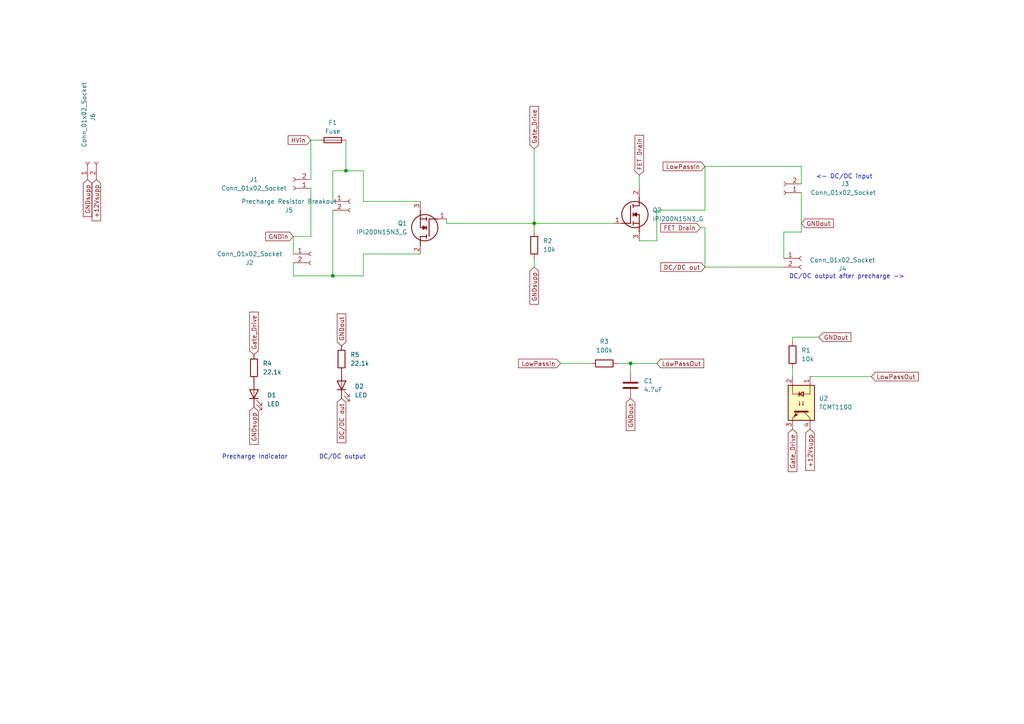
<source format=kicad_sch>
(kicad_sch (version 20250114) (generator "eeschema") (generator_version "9.0")
  (paper "A4")
  (lib_symbols
    (symbol "Connector:Conn_01x02_Socket" (pin_names (offset 1.016) (hide yes))
      (property "Reference" "J" (at 0 2.54 0))
      (property "Value" "Conn_01x02_Socket" (at 0 -5.08 0))
      (symbol "Conn_01x02_Socket_1_1"
        (polyline (pts (xy -1.27 0) (xy -0.508 0)) (stroke (width 0.1524)))
        (polyline (pts (xy -1.27 -2.54) (xy -0.508 -2.54)) (stroke (width 0.1524)))
        (arc (start 0 -0.508) (mid -0.5058 0) (end 0 0.508) (stroke (width 0.1524)))
        (arc (start 0 -3.048) (mid -0.5058 -2.54) (end 0 -2.032) (stroke (width 0.1524)))
        (pin passive line (at -5.08 0 0) (length 3.81) (name "Pin_1") (number "1"))
        (pin passive line (at -5.08 -2.54 0) (length 3.81) (name "Pin_2") (number "2"))
      )
    )
    (symbol "Device:C" (pin_numbers (hide yes)) (pin_names (offset 0.254))
      (property "Reference" "C" (at 0.635 2.54 0))
      (property "Value" "C" (at 0.635 -2.54 0))
      (symbol "C_0_1"
        (polyline (pts (xy -2.032 0.762) (xy 2.032 0.762)) (stroke (width 0.508)))
        (polyline (pts (xy -2.032 -0.762) (xy 2.032 -0.762)) (stroke (width 0.508)))
      )
      (symbol "C_1_1"
        (pin passive line (at 0 3.81 270) (length 2.794) (name "~") (number "1"))
        (pin passive line (at 0 -3.81 90) (length 2.794) (name "~") (number "2"))
      )
    )
    (symbol "Device:Fuse" (pin_numbers (hide yes)) (pin_names (offset 0))
      (property "Reference" "F" (at 2.032 0 90))
      (property "Value" "Fuse" (at -1.905 0 90))
      (symbol "Fuse_0_1"
        (rectangle (start -0.762 -2.54) (end 0.762 2.54) (stroke (width 0.254)))
        (polyline (pts (xy 0 2.54) (xy 0 -2.54)))
      )
      (symbol "Fuse_1_1"
        (pin passive line (at 0 3.81 270) (length 1.27) (name "~") (number "1"))
        (pin passive line (at 0 -3.81 90) (length 1.27) (name "~") (number "2"))
      )
    )
    (symbol "Device:LED" (pin_numbers (hide yes)) (pin_names (offset 1.016) (hide yes))
      (property "Reference" "D" (at 0 2.54 0))
      (property "Value" "LED" (at 0 -2.54 0))
      (symbol "LED_0_1"
        (polyline (pts (xy -3.048 -0.762) (xy -4.572 -2.286) (xy -3.81 -2.286) (xy -4.572 -2.286) (xy -4.572 -1.524)))
        (polyline (pts (xy -1.778 -0.762) (xy -3.302 -2.286) (xy -2.54 -2.286) (xy -3.302 -2.286) (xy -3.302 -1.524)))
        (polyline (pts (xy -1.27 0) (xy 1.27 0)))
        (polyline (pts (xy -1.27 -1.27) (xy -1.27 1.27)) (stroke (width 0.254)))
        (polyline (pts (xy 1.27 -1.27) (xy 1.27 1.27) (xy -1.27 0) (xy 1.27 -1.27)) (stroke (width 0.254)))
      )
      (symbol "LED_1_1"
        (pin passive line (at -3.81 0 0) (length 2.54) (name "K") (number "1"))
        (pin passive line (at 3.81 0 180) (length 2.54) (name "A") (number "2"))
      )
    )
    (symbol "Device:R" (pin_numbers (hide yes)) (pin_names (offset 0))
      (property "Reference" "R" (at 2.032 0 90))
      (property "Value" "R" (at 0 0 90))
      (symbol "R_0_1"
        (rectangle (start -1.016 -2.54) (end 1.016 2.54) (stroke (width 0.254)))
      )
      (symbol "R_1_1"
        (pin passive line (at 0 3.81 270) (length 1.27) (name "~") (number "1"))
        (pin passive line (at 0 -3.81 90) (length 1.27) (name "~") (number "2"))
      )
    )
    (symbol "IPI200N15N3_G:IPI200N15N3_G" (pin_names (hide yes))
      (property "Reference" "Q" (at 11.43 3.81 0))
      (property "Value" "IPI200N15N3_G" (at 11.43 1.27 0))
      (symbol "IPI200N15N3_G_1_1"
        (polyline (pts (xy 2.54 0) (xy 5.08 0)) (stroke (width 0.254)))
        (polyline (pts (xy 5.08 5.08) (xy 5.08 0)) (stroke (width 0.254)))
        (polyline (pts (xy 5.842 5.588) (xy 5.842 4.572)) (stroke (width 0.254)))
        (polyline (pts (xy 5.842 2.54) (xy 6.858 3.048) (xy 6.858 2.032) (xy 5.842 2.54)) (stroke (width 0.254)) (fill (type outline)))
        (polyline (pts (xy 5.842 2.032) (xy 5.842 3.048)) (stroke (width 0.254)))
        (polyline (pts (xy 5.842 0) (xy 7.62 0)) (stroke (width 0.254)))
        (polyline (pts (xy 5.842 -0.508) (xy 5.842 0.508)) (stroke (width 0.254)))
        (circle (center 6.35 2.54) (radius 3.81) (stroke (width 0.254)))
        (polyline (pts (xy 7.62 5.08) (xy 5.842 5.08)) (stroke (width 0.254)))
        (polyline (pts (xy 7.62 5.08) (xy 7.62 7.62)) (stroke (width 0.254)))
        (polyline (pts (xy 7.62 2.54) (xy 5.842 2.54)) (stroke (width 0.254)))
        (polyline (pts (xy 7.62 2.54) (xy 7.62 -2.54)) (stroke (width 0.254)))
        (pin passive line (at 0 0 0) (length 2.54) (name "G") (number "1"))
        (pin passive line (at 7.62 10.16 270) (length 2.54) (name "D") (number "2"))
        (pin passive line (at 7.62 -5.08 90) (length 2.54) (name "S") (number "3"))
      )
    )
    (symbol "Isolator:TCMT1100" (pin_names (offset 1.016))
      (property "Reference" "U" (at 0 5.08 0))
      (property "Value" "TCMT1100" (at 0 -5.08 0))
      (symbol "TCMT1100_1_1"
        (rectangle (start -5.08 3.81) (end 5.08 -3.81) (stroke (width 0.254)) (fill (type background)))
        (polyline (pts (xy -5.08 2.54) (xy -2.54 2.54) (xy -2.54 -1.27) (xy -2.54 0.635)))
        (polyline (pts (xy -3.175 -0.635) (xy -1.905 -0.635)) (stroke (width 0.254)))
        (polyline (pts (xy -2.54 -0.635) (xy -2.54 -2.54) (xy -5.08 -2.54)))
        (polyline (pts (xy -2.54 -0.635) (xy -3.175 0.635) (xy -1.905 0.635) (xy -2.54 -0.635)) (stroke (width 0.254)))
        (polyline (pts (xy -0.508 0.508) (xy 0.762 0.508) (xy 0.381 0.381) (xy 0.381 0.635) (xy 0.762 0.508)))
        (polyline (pts (xy -0.508 -0.508) (xy 0.762 -0.508) (xy 0.381 -0.635) (xy 0.381 -0.381) (xy 0.762 -0.508)))
        (polyline (pts (xy 2.54 1.905) (xy 2.54 -1.905) (xy 2.54 -1.905)) (stroke (width 0.508)))
        (polyline (pts (xy 2.54 0.635) (xy 4.445 2.54)))
        (polyline (pts (xy 3.048 -1.651) (xy 3.556 -1.143) (xy 4.064 -2.159) (xy 3.048 -1.651) (xy 3.048 -1.651)) (fill (type outline)))
        (polyline (pts (xy 4.445 2.54) (xy 5.08 2.54)))
        (polyline (pts (xy 4.445 -2.54) (xy 2.54 -0.635)) (fill (type outline)))
        (polyline (pts (xy 4.445 -2.54) (xy 5.08 -2.54)))
        (pin passive line (at -7.62 2.54 0) (length 2.54) (name "~") (number "1"))
        (pin passive line (at -7.62 -2.54 0) (length 2.54) (name "~") (number "2"))
        (pin passive line (at 7.62 2.54 180) (length 2.54) (name "~") (number "4"))
        (pin passive line (at 7.62 -2.54 180) (length 2.54) (name "~") (number "3"))
      )
    )
  )
  (text "Precharge Indicator\n" (at 73.914 132.588 0) (effects (font (size 1.27 1.27))))
  (text "DC/DC output" (at 99.314 132.588 0) (effects (font (size 1.27 1.27))))
  (text "<- DC/DC input" (at 244.856 51.308 0) (effects (font (size 1.27 1.27))))
  (text "DC/DC output after precharge ->" (at 245.618 80.264 0) (effects (font (size 1.27 1.27))))
  (junction (at 182.88 105.41))
  (junction (at 154.94 64.77))
  (junction (at 96.52 80.01))
  (junction (at 100.33 49.53))
  (wire (pts (xy 129.54 64.77) (xy 154.94 64.77)))
  (wire (pts (xy 105.41 49.53) (xy 105.41 58.42)))
  (wire (pts (xy 232.41 48.26) (xy 204.47 48.26)))
  (wire (pts (xy 96.52 80.01) (xy 85.09 80.01)))
  (wire (pts (xy 252.73 109.22) (xy 234.95 109.22)))
  (wire (pts (xy 237.49 97.79) (xy 229.87 97.79)))
  (wire (pts (xy 90.17 54.61) (xy 90.17 68.58)))
  (wire (pts (xy 229.87 106.68) (xy 229.87 109.22)))
  (wire (pts (xy 154.94 43.18) (xy 154.94 64.77)))
  (wire (pts (xy 204.47 48.26) (xy 204.47 60.96)))
  (wire (pts (xy 90.17 40.64) (xy 92.71 40.64)))
  (wire (pts (xy 179.07 105.41) (xy 182.88 105.41)))
  (wire (pts (xy 204.47 77.47) (xy 227.33 77.47)))
  (wire (pts (xy 105.41 73.66) (xy 105.41 80.01)))
  (wire (pts (xy 121.92 58.42) (xy 105.41 58.42)))
  (wire (pts (xy 96.52 49.53) (xy 96.52 58.42)))
  (wire (pts (xy 232.41 55.88) (xy 232.41 67.31)))
  (wire (pts (xy 154.94 64.77) (xy 177.8 64.77)))
  (wire (pts (xy 129.54 64.77) (xy 129.54 63.5)))
  (wire (pts (xy 204.47 66.04) (xy 204.47 77.47)))
  (wire (pts (xy 85.09 68.58) (xy 85.09 73.66)))
  (wire (pts (xy 185.42 54.61) (xy 185.42 50.8)))
  (wire (pts (xy 182.88 105.41) (xy 190.5 105.41)))
  (wire (pts (xy 105.41 80.01) (xy 96.52 80.01)))
  (wire (pts (xy 162.56 105.41) (xy 171.45 105.41)))
  (wire (pts (xy 203.2 66.04) (xy 204.47 66.04)))
  (wire (pts (xy 85.09 68.58) (xy 90.17 68.58)))
  (wire (pts (xy 90.17 40.64) (xy 90.17 52.07)))
  (wire (pts (xy 85.09 80.01) (xy 85.09 76.2)))
  (wire (pts (xy 100.33 49.53) (xy 96.52 49.53)))
  (wire (pts (xy 100.33 40.64) (xy 100.33 49.53)))
  (wire (pts (xy 190.5 69.85) (xy 185.42 69.85)))
  (wire (pts (xy 154.94 67.31) (xy 154.94 64.77)))
  (wire (pts (xy 154.94 77.47) (xy 154.94 74.93)))
  (wire (pts (xy 121.92 73.66) (xy 105.41 73.66)))
  (wire (pts (xy 100.33 49.53) (xy 105.41 49.53)))
  (wire (pts (xy 232.41 53.34) (xy 232.41 48.26)))
  (wire (pts (xy 182.88 105.41) (xy 182.88 107.95)))
  (wire (pts (xy 227.33 67.31) (xy 227.33 74.93)))
  (wire (pts (xy 229.87 97.79) (xy 229.87 99.06)))
  (wire (pts (xy 190.5 60.96) (xy 190.5 69.85)))
  (wire (pts (xy 96.52 60.96) (xy 96.52 80.01)))
  (wire (pts (xy 232.41 67.31) (xy 227.33 67.31)))
  (wire (pts (xy 190.5 60.96) (xy 204.47 60.96)))
  (global_label "GNDsupp" (shape input) (at 73.66 118.11 270) (property "Intersheetrefs" "${INTERSHEET_REFS}" (effects (hide yes))))
  (global_label "GNDin" (shape input) (at 85.09 68.58 180) (property "Intersheetrefs" "${INTERSHEET_REFS}" (effects (hide yes))))
  (global_label "DC{slash}DC out" (shape input) (at 99.06 115.57 270) (property "Intersheetrefs" "${INTERSHEET_REFS}" (effects (hide yes))))
  (global_label "LowPassOut" (shape input) (at 190.5 105.41 0) (property "Intersheetrefs" "${INTERSHEET_REFS}" (effects (hide yes))))
  (global_label "GNDsupp" (shape input) (at 154.94 77.47 270) (property "Intersheetrefs" "${INTERSHEET_REFS}" (effects (hide yes))))
  (global_label "GNDout" (shape input) (at 182.88 115.57 270) (property "Intersheetrefs" "${INTERSHEET_REFS}" (effects (hide yes))))
  (global_label "+12Vsupp" (shape input) (at 234.95 124.46 270) (property "Intersheetrefs" "${INTERSHEET_REFS}" (effects (hide yes))))
  (global_label "LowPassIn" (shape input) (at 204.47 48.26 180) (property "Intersheetrefs" "${INTERSHEET_REFS}" (effects (hide yes))))
  (global_label "Gate_Drive" (shape input) (at 229.87 124.46 270) (property "Intersheetrefs" "${INTERSHEET_REFS}" (effects (hide yes))))
  (global_label "LowPassOut" (shape input) (at 252.73 109.22 0) (property "Intersheetrefs" "${INTERSHEET_REFS}" (effects (hide yes))))
  (global_label "FET Drain" (shape input) (at 185.42 50.8 90) (property "Intersheetrefs" "${INTERSHEET_REFS}" (effects (hide yes))))
  (global_label "Gate_Drive" (shape input) (at 154.94 43.18 90) (property "Intersheetrefs" "${INTERSHEET_REFS}" (effects (hide yes))))
  (global_label "LowPassIn" (shape input) (at 162.56 105.41 180) (property "Intersheetrefs" "${INTERSHEET_REFS}" (effects (hide yes))))
  (global_label "GNDout" (shape input) (at 232.41 64.77 0) (property "Intersheetrefs" "${INTERSHEET_REFS}" (effects (hide yes))))
  (global_label "FET Drain" (shape input) (at 203.2 66.04 180) (property "Intersheetrefs" "${INTERSHEET_REFS}" (effects (hide yes))))
  (global_label "DC{slash}DC out" (shape input) (at 204.47 77.47 180) (property "Intersheetrefs" "${INTERSHEET_REFS}" (effects (hide yes))))
  (global_label "+12Vsupp" (shape input) (at 27.94 52.07 270) (property "Intersheetrefs" "${INTERSHEET_REFS}" (effects (hide yes))))
  (global_label "HVin" (shape input) (at 90.17 40.64 180) (property "Intersheetrefs" "${INTERSHEET_REFS}" (effects (hide yes))))
  (global_label "GNDout" (shape input) (at 99.06 100.33 90) (property "Intersheetrefs" "${INTERSHEET_REFS}" (effects (hide yes))))
  (global_label "GNDout" (shape input) (at 237.49 97.79 0) (property "Intersheetrefs" "${INTERSHEET_REFS}" (effects (hide yes))))
  (global_label "Gate_Drive" (shape input) (at 73.66 102.87 90) (property "Intersheetrefs" "${INTERSHEET_REFS}" (effects (hide yes))))
  (global_label "GNDsupp" (shape input) (at 25.4 52.07 270) (property "Intersheetrefs" "${INTERSHEET_REFS}" (effects (hide yes))))
  (symbol (lib_id "Device:Fuse") (at 96.52 40.64 270) (unit 1)
    (property "Reference" "F1" (at 96.52 35.56 90))
    (property "Value" "Fuse" (at 96.52 38.1 90))
    (property "Footprint" "UTSVT_Passive:FUSE_05200101Z_LTF" (effects (hide yes)))
  )
  (symbol (lib_id "Connector:Conn_01x02_Socket") (at 101.6 58.42 0) (unit 1)
    (property "Reference" "J5" (at 83.82 60.96 0))
    (property "Value" "Precharge Resistor Breakout" (at 83.82 58.42 0))
    (property "Footprint" "Connector_Molex:Molex_Sabre_43160-0102_1x02_P7.49mm_Vertical" (effects (hide yes)))
  )
  (symbol (lib_id "IPI200N15N3_G:IPI200N15N3_G") (at 177.8 64.77 0) (unit 1)
    (property "Reference" "Q2" (at 189.23 60.9599 0) (effects (justify left)))
    (property "Value" "IPI200N15N3_G" (at 189.23 63.4999 0) (effects (justify left)))
    (property "Footprint" "footprints:TO-220-3_16P51X10P67_ONS" (effects (hide yes)))
    (property "Description" "MOSFET N-CH 150V 50A TO262-3" (effects (hide yes)))
    (property "Height" "4.572" (effects (hide yes)))
    (property "Manufacturer_Name" "Infineon" (effects (hide yes)))
    (property "Manufacturer_Part_Number" "IPI200N15N3 G" (effects (hide yes)))
  )
  (symbol (lib_id "Connector:Conn_01x02_Socket") (at 227.33 55.88 180) (unit 1)
    (property "Reference" "J3" (at 245.11 53.34 0))
    (property "Value" "Conn_01x02_Socket" (at 244.602 55.88 0))
    (property "Footprint" "Connector_Molex:Molex_Sabre_43160-0102_1x02_P7.49mm_Vertical" (effects (hide yes)))
  )
  (symbol (lib_id "Device:R") (at 99.06 104.14 0) (unit 1)
    (property "Reference" "R5" (at 101.6 102.8699 0) (effects (justify left)))
    (property "Value" "22.1k" (at 101.6 105.4099 0) (effects (justify left)))
    (property "Footprint" "Resistor_SMD:R_0805_2012Metric" (effects (hide yes)))
    (property "Description" "Resistor" (effects (hide yes)))
  )
  (symbol (lib_id "Device:C") (at 182.88 111.76 0) (unit 1)
    (property "Reference" "C1" (at 186.69 110.4899 0) (effects (justify left)))
    (property "Value" "4.7uF" (at 186.69 113.0299 0) (effects (justify left)))
    (property "Footprint" "Capacitor_SMD:C_0805_2012Metric" (effects (hide yes)))
    (property "Description" "Unpolarized capacitor" (effects (hide yes)))
  )
  (symbol (lib_id "Connector:Conn_01x02_Socket") (at 25.4 46.99 90) (unit 1)
    (property "Reference" "J6" (at 26.924 34.036 0))
    (property "Value" "Conn_01x02_Socket" (at 24.384 33.274 0))
    (property "Footprint" "Connector_Molex:Molex_Sabre_43160-0102_1x02_P7.49mm_Vertical" (effects (hide yes)))
  )
  (symbol (lib_id "Device:R") (at 175.26 105.41 90) (unit 1)
    (property "Reference" "R3" (at 175.26 99.06 90))
    (property "Value" "100k" (at 175.26 101.6 90))
    (property "Footprint" "Resistor_SMD:R_0805_2012Metric" (effects (hide yes)))
    (property "Description" "Resistor" (effects (hide yes)))
  )
  (symbol (lib_id "Connector:Conn_01x02_Socket") (at 232.41 74.93 0) (unit 1)
    (property "Reference" "J4" (at 244.348 77.978 0))
    (property "Value" "Conn_01x02_Socket" (at 244.348 75.438 0))
    (property "Footprint" "Connector_Molex:Molex_Sabre_43160-0102_1x02_P7.49mm_Vertical" (effects (hide yes)))
  )
  (symbol (lib_id "Device:LED") (at 99.06 111.76 90) (unit 1)
    (property "Reference" "D2" (at 102.87 112.0774 90) (effects (justify right)))
    (property "Value" "LED" (at 102.87 114.6174 90) (effects (justify right)))
    (property "Footprint" "LED_SMD:LED_0805_2012Metric" (effects (hide yes)))
    (property "Description" "Light emitting diode" (effects (hide yes)))
    (property "Sim.Pins" "1=K 2=A" (effects (hide yes)))
  )
  (symbol (lib_id "Device:R") (at 229.87 102.87 0) (unit 1)
    (property "Reference" "R1" (at 232.41 101.5999 0) (effects (justify left)))
    (property "Value" "10k" (at 232.41 104.1399 0) (effects (justify left)))
    (property "Footprint" "Resistor_SMD:R_0805_2012Metric" (effects (hide yes)))
    (property "Description" "Resistor" (effects (hide yes)))
  )
  (symbol (lib_id "Connector:Conn_01x02_Socket") (at 90.17 73.66 0) (unit 1)
    (property "Reference" "J2" (at 72.39 76.2 0))
    (property "Value" "Conn_01x02_Socket" (at 72.39 73.66 0))
    (property "Footprint" "Connector_Molex:Molex_Sabre_43160-0102_1x02_P7.49mm_Vertical" (effects (hide yes)))
  )
  (symbol (lib_id "Isolator:TCMT1100") (at 232.41 116.84 270) (unit 1)
    (property "Reference" "U2" (at 237.49 115.5699 90) (effects (justify left)))
    (property "Value" "TCMT1100" (at 237.49 118.1099 90) (effects (justify left)))
    (property "Footprint" "Package_SO:SOP-4_4.4x2.6mm_P1.27mm" (effects (hide yes)))
    (property "Datasheet" "http://www.vishay.com/docs/83510/tcmt1100.pdf" (effects (hide yes)))
    (property "Description" "Optocoupler, Vce 70V, CTR 50-600%, Viso 3750V (RMS), SOP-4" (effects (hide yes)))
  )
  (symbol (lib_id "Device:R") (at 154.94 71.12 0) (unit 1)
    (property "Reference" "R2" (at 157.48 69.8499 0) (effects (justify left)))
    (property "Value" "10k" (at 157.48 72.3899 0) (effects (justify left)))
    (property "Footprint" "Resistor_SMD:R_0805_2012Metric" (effects (hide yes)))
    (property "Description" "Resistor" (effects (hide yes)))
  )
  (symbol (lib_id "Device:LED") (at 73.66 114.3 90) (unit 1)
    (property "Reference" "D1" (at 77.47 114.6174 90) (effects (justify right)))
    (property "Value" "LED" (at 77.47 117.1574 90) (effects (justify right)))
    (property "Footprint" "LED_SMD:LED_0805_2012Metric" (effects (hide yes)))
    (property "Description" "Light emitting diode" (effects (hide yes)))
    (property "Sim.Pins" "1=K 2=A" (effects (hide yes)))
  )
  (symbol (lib_id "IPI200N15N3_G:IPI200N15N3_G") (at 129.54 63.5 180) (unit 1)
    (property "Reference" "Q1" (at 118.11 64.7699 0) (effects (justify left)))
    (property "Value" "IPI200N15N3_G" (at 118.11 67.3099 0) (effects (justify left)))
    (property "Footprint" "footprints:TO-220-3_16P51X10P67_ONS" (effects (hide yes)))
    (property "Description" "MOSFET N-CH 150V 50A TO262-3" (effects (hide yes)))
    (property "Height" "4.572" (effects (hide yes)))
    (property "Manufacturer_Name" "Infineon" (effects (hide yes)))
    (property "Manufacturer_Part_Number" "IPI200N15N3 G" (effects (hide yes)))
  )
  (symbol (lib_id "Device:R") (at 73.66 106.68 0) (unit 1)
    (property "Reference" "R4" (at 76.2 105.4099 0) (effects (justify left)))
    (property "Value" "22.1k" (at 76.2 107.9499 0) (effects (justify left)))
    (property "Footprint" "Resistor_SMD:R_0805_2012Metric" (effects (hide yes)))
    (property "Description" "Resistor" (effects (hide yes)))
  )
  (symbol (lib_id "Connector:Conn_01x02_Socket") (at 85.09 54.61 180) (unit 1)
    (property "Reference" "J1" (at 73.66 52.07 0))
    (property "Value" "Conn_01x02_Socket" (at 73.66 54.61 0))
    (property "Footprint" "Connector_Molex:Molex_Sabre_43160-0102_1x02_P7.49mm_Vertical" (effects (hide yes)))
  )
)
</source>
